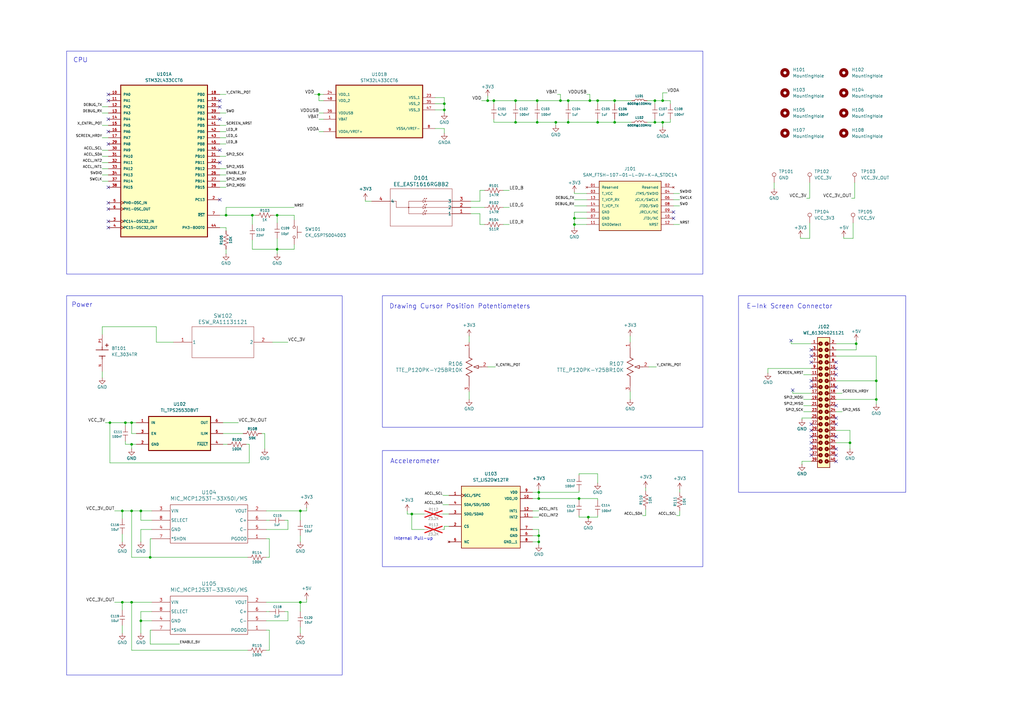
<source format=kicad_sch>
(kicad_sch (version 20250114) (generator "eeschema") (generator_version "9.0")
  (paper "A3")
  (title_block (title "Dhyey B. Etch-A-Sketch AlumaPower Co-op Project"))
  (rectangle (start 27.305 121.285) (end 140.335 276.86))
  (rectangle (start 302.895 121.285) (end 371.475 201.93))
  (rectangle (start 156.845 121.285) (end 288.29 175.26))
  (rectangle (start 156.845 184.785) (end 288.29 232.41))
  (rectangle (start 27.305 20.955) (end 288.29 112.395))
  (text "Internal Pull-up" (at 169.545 220.98 0) (effects (font (size 1.27 1.27))))
  (text "Drawing Cursor Position Potentiometers" (at 188.595 125.73 0) (effects (font (size 1.905 1.905))))
  (text "Accelerometer" (at 170.18 189.23 0) (effects (font (size 1.905 1.905))))
  (text "CPU" (at 33.02 24.765 0) (effects (font (size 1.905 1.905))))
  (text "Power" (at 33.655 125.095 0) (effects (font (size 1.905 1.905))))
  (text "E-Ink Screen Connector" (at 323.85 125.73 0) (effects (font (size 1.905 1.905))))
  (junction (at 237.49 204.47))
  (junction (at 211.455 41.275))
  (junction (at 220.98 201.93))
  (junction (at 220.98 222.25))
  (junction (at 51.435 173.355))
  (junction (at 348.615 181.61))
  (junction (at 57.785 209.55))
  (junction (at 182.245 45.085))
  (junction (at 92.71 88.265))
  (junction (at 220.345 41.275))
  (junction (at 245.11 50.165))
  (junction (at 268.605 41.275))
  (junction (at 271.78 41.275))
  (junction (at 252.095 41.275))
  (junction (at 53.975 247.015))
  (junction (at 227.965 50.165))
  (junction (at 359.41 156.21))
  (junction (at 53.975 173.355))
  (junction (at 103.505 88.265))
  (junction (at 113.665 102.235))
  (junction (at 200.025 41.275))
  (junction (at 123.19 247.015))
  (junction (at 53.975 182.245))
  (junction (at 220.98 204.47))
  (junction (at 271.78 50.165))
  (junction (at 241.935 41.275))
  (junction (at 351.155 140.97))
  (junction (at 202.565 41.275))
  (junction (at 182.245 42.545))
  (junction (at 45.085 173.355))
  (junction (at 130.81 38.735))
  (junction (at 359.41 163.83))
  (junction (at 50.165 247.015))
  (junction (at 211.455 50.165))
  (junction (at 50.165 209.55))
  (junction (at 268.605 50.165))
  (junction (at 235.585 89.535))
  (junction (at 123.19 209.55))
  (junction (at 235.585 92.075))
  (junction (at 229.87 41.275))
  (junction (at 61.595 228.6))
  (junction (at 57.785 254.635))
  (junction (at 233.045 50.165))
  (junction (at 245.11 41.275))
  (junction (at 233.045 41.275))
  (junction (at 252.095 50.165))
  (junction (at 220.345 50.165))
  (junction (at 53.975 209.55))
  (junction (at 113.665 88.265))
  (junction (at 168.91 210.82))
  (junction (at 241.3 212.09))
  (junction (at 220.98 219.71))
  (no_connect (at 332.74 156.21))
  (no_connect (at 332.74 146.05))
  (no_connect (at 90.17 41.275))
  (no_connect (at 342.9 173.99))
  (no_connect (at 342.9 171.45))
  (no_connect (at 342.9 153.67))
  (no_connect (at 44.45 53.975))
  (no_connect (at 332.74 176.53))
  (no_connect (at 342.9 186.69))
  (no_connect (at 332.74 173.99))
  (no_connect (at 332.74 148.59))
  (no_connect (at 90.17 61.595))
  (no_connect (at 325.12 160.02))
  (no_connect (at 44.45 83.185))
  (no_connect (at 276.225 89.535))
  (no_connect (at 342.9 184.15))
  (no_connect (at 44.45 41.275))
  (no_connect (at 324.485 139.7))
  (no_connect (at 276.225 86.995))
  (no_connect (at 342.9 151.13))
  (no_connect (at 342.9 189.23))
  (no_connect (at 332.74 179.07))
  (no_connect (at 342.9 166.37))
  (no_connect (at 332.74 184.15))
  (no_connect (at 90.17 43.815))
  (no_connect (at 90.17 48.895))
  (no_connect (at 44.45 93.345))
  (no_connect (at 342.9 179.07))
  (no_connect (at 342.9 148.59))
  (no_connect (at 90.17 81.915))
  (no_connect (at 44.45 59.055))
  (no_connect (at 342.9 158.75))
  (no_connect (at 90.17 66.675))
  (no_connect (at 44.45 90.805))
  (no_connect (at 332.74 158.75))
  (no_connect (at 332.74 181.61))
  (no_connect (at 44.45 76.835))
  (no_connect (at 44.45 38.735))
  (no_connect (at 44.45 85.725))
  (no_connect (at 332.74 186.69))
  (no_connect (at 332.74 143.51))
  (no_connect (at 44.45 48.895))
  (wire (pts (xy 50.165 209.55) (xy 50.165 212.725)))
  (wire (pts (xy 178.435 45.085) (xy 182.245 45.085)))
  (wire (pts (xy 182.245 215.9) (xy 184.15 215.9)))
  (wire (pts (xy 53.975 247.015) (xy 62.23 247.015)))
  (wire (pts (xy 237.49 204.47) (xy 245.11 204.47)))
  (wire (pts (xy 61.595 220.98) (xy 61.595 228.6)))
  (wire (pts (xy 245.11 41.275) (xy 252.095 41.275)))
  (wire (pts (xy 90.17 46.355) (xy 92.71 46.355)))
  (wire (pts (xy 240.665 38.735) (xy 241.935 38.735)))
  (wire (pts (xy 196.85 87.63) (xy 196.85 92.075)))
  (wire (pts (xy 130.81 38.735) (xy 132.715 38.735)))
  (wire (pts (xy 196.85 78.105) (xy 198.755 78.105)))
  (wire (pts (xy 64.135 133.985) (xy 64.135 140.335)))
  (wire (pts (xy 197.485 41.275) (xy 200.025 41.275)))
  (wire (pts (xy 359.41 163.83) (xy 359.41 165.735)))
  (wire (pts (xy 57.785 213.36) (xy 62.23 213.36)))
  (wire (pts (xy 342.9 176.53) (xy 348.615 176.53)))
  (wire (pts (xy 329.565 168.91) (xy 332.74 168.91)))
  (wire (pts (xy 181.61 207.01) (xy 184.15 207.01)))
  (wire (pts (xy 113.665 102.235) (xy 113.665 97.79)))
  (wire (pts (xy 268.605 50.165) (xy 268.605 48.895)))
  (wire (pts (xy 61.595 258.445) (xy 62.23 258.445)))
  (wire (pts (xy 43.18 173.355) (xy 45.085 173.355)))
  (wire (pts (xy 266.065 150.495) (xy 269.24 150.495)))
  (wire (pts (xy 202.565 50.165) (xy 202.565 48.895)))
  (wire (pts (xy 168.91 217.17) (xy 173.99 217.17)))
  (wire (pts (xy 211.455 48.895) (xy 211.455 50.165)))
  (wire (pts (xy 109.22 247.015) (xy 123.19 247.015)))
  (wire (pts (xy 109.22 213.36) (xy 110.49 213.36)))
  (wire (pts (xy 50.165 209.55) (xy 53.975 209.55)))
  (wire (pts (xy 90.17 64.135) (xy 92.71 64.135)))
  (wire (pts (xy 55.88 177.8) (xy 53.975 177.8)))
  (wire (pts (xy 265.43 50.165) (xy 268.605 50.165)))
  (wire (pts (xy 252.095 41.275) (xy 259.08 41.275)))
  (wire (pts (xy 62.23 250.825) (xy 57.785 250.825)))
  (wire (pts (xy 116.84 213.36) (xy 118.11 213.36)))
  (wire (pts (xy 218.44 222.25) (xy 220.98 222.25)))
  (wire (pts (xy 90.17 93.345) (xy 92.71 93.345)))
  (wire (pts (xy 92.71 102.235) (xy 92.71 104.14)))
  (wire (pts (xy 50.165 247.015) (xy 53.975 247.015)))
  (wire (pts (xy 92.71 93.345) (xy 92.71 94.615)))
  (wire (pts (xy 109.22 250.825) (xy 110.49 250.825)))
  (wire (pts (xy 342.9 146.05) (xy 359.41 146.05)))
  (wire (pts (xy 218.44 209.55) (xy 220.98 209.55)))
  (wire (pts (xy 268.605 41.275) (xy 268.605 42.545)))
  (wire (pts (xy 102.235 189.865) (xy 45.085 189.865)))
  (wire (pts (xy 220.345 41.275) (xy 220.345 42.545)))
  (wire (pts (xy 53.975 266.7) (xy 101.6 266.7)))
  (wire (pts (xy 112.395 88.265) (xy 113.665 88.265)))
  (wire (pts (xy 245.11 50.165) (xy 245.11 48.895)))
  (wire (pts (xy 61.595 264.16) (xy 73.66 264.16)))
  (wire (pts (xy 41.91 137.16) (xy 41.91 133.985)))
  (wire (pts (xy 235.585 81.915) (xy 240.665 81.915)))
  (wire (pts (xy 240.665 86.995) (xy 235.585 86.995)))
  (wire (pts (xy 317.5 74.93) (xy 317.5 77.47)))
  (wire (pts (xy 193.04 82.55) (xy 196.85 82.55)))
  (wire (pts (xy 41.91 133.985) (xy 64.135 133.985)))
  (wire (pts (xy 332.74 171.45) (xy 328.93 171.45)))
  (wire (pts (xy 41.91 66.675) (xy 44.45 66.675)))
  (wire (pts (xy 103.505 88.265) (xy 104.775 88.265)))
  (wire (pts (xy 41.91 51.435) (xy 44.45 51.435)))
  (wire (pts (xy 350.52 81.28) (xy 350.52 74.93)))
  (wire (pts (xy 130.81 53.975) (xy 132.715 53.975)))
  (wire (pts (xy 90.17 71.755) (xy 92.71 71.755)))
  (wire (pts (xy 349.25 81.28) (xy 350.52 81.28)))
  (wire (pts (xy 111.76 140.335) (xy 118.11 140.335)))
  (wire (pts (xy 97.79 173.355) (xy 91.44 173.355)))
  (wire (pts (xy 46.99 247.015) (xy 50.165 247.015)))
  (wire (pts (xy 342.9 163.83) (xy 359.41 163.83)))
  (wire (pts (xy 64.135 140.335) (xy 71.12 140.335)))
  (wire (pts (xy 237.49 212.09) (xy 237.49 211.455)))
  (wire (pts (xy 45.085 173.355) (xy 51.435 173.355)))
  (wire (pts (xy 346.075 97.79) (xy 346.075 97.155)))
  (wire (pts (xy 125.73 209.55) (xy 125.73 208.28)))
  (wire (pts (xy 240.665 92.075) (xy 235.585 92.075)))
  (wire (pts (xy 268.605 50.165) (xy 271.78 50.165)))
  (wire (pts (xy 90.17 51.435) (xy 92.71 51.435)))
  (wire (pts (xy 220.98 201.93) (xy 237.49 201.93)))
  (wire (pts (xy 110.49 220.98) (xy 110.49 228.6)))
  (wire (pts (xy 91.44 177.8) (xy 99.695 177.8)))
  (wire (pts (xy 271.78 41.275) (xy 271.78 38.1)))
  (wire (pts (xy 351.155 139.7) (xy 351.155 140.97)))
  (wire (pts (xy 245.11 204.47) (xy 245.11 205.105)))
  (wire (pts (xy 342.9 140.97) (xy 351.155 140.97)))
  (wire (pts (xy 57.785 254.635) (xy 62.23 254.635)))
  (wire (pts (xy 123.19 213.36) (xy 123.19 209.55)))
  (wire (pts (xy 245.11 41.275) (xy 245.11 42.545)))
  (wire (pts (xy 328.295 97.155) (xy 328.295 97.79)))
  (wire (pts (xy 90.17 59.055) (xy 92.71 59.055)))
  (wire (pts (xy 220.98 219.71) (xy 220.98 222.25)))
  (wire (pts (xy 110.49 266.7) (xy 109.22 266.7)))
  (wire (pts (xy 109.22 217.17) (xy 118.11 217.17)))
  (wire (pts (xy 245.11 194.31) (xy 245.11 198.12)))
  (wire (pts (xy 328.93 189.23) (xy 332.74 189.23)))
  (wire (pts (xy 218.44 217.17) (xy 220.98 217.17)))
  (wire (pts (xy 130.81 46.355) (xy 132.715 46.355)))
  (wire (pts (xy 182.245 42.545) (xy 182.245 45.085)))
  (wire (pts (xy 240.665 89.535) (xy 235.585 89.535)))
  (wire (pts (xy 123.19 257.175) (xy 123.19 259.715)))
  (wire (pts (xy 229.87 41.275) (xy 229.87 38.735)))
  (wire (pts (xy 252.095 50.165) (xy 252.095 48.895)))
  (wire (pts (xy 206.375 92.075) (xy 208.915 92.075)))
  (wire (pts (xy 116.84 250.825) (xy 118.11 250.825)))
  (wire (pts (xy 278.765 81.915) (xy 276.225 81.915)))
  (wire (pts (xy 200.025 41.275) (xy 202.565 41.275)))
  (wire (pts (xy 252.095 50.165) (xy 259.08 50.165)))
  (wire (pts (xy 233.045 41.275) (xy 241.935 41.275)))
  (wire (pts (xy 220.98 204.47) (xy 220.98 201.93)))
  (wire (pts (xy 51.435 182.245) (xy 51.435 180.975)))
  (wire (pts (xy 118.11 254.635) (xy 109.22 254.635)))
  (wire (pts (xy 258.445 137.795) (xy 258.445 140.335)))
  (wire (pts (xy 90.17 38.735) (xy 92.71 38.735)))
  (wire (pts (xy 53.975 173.355) (xy 55.88 173.355)))
  (wire (pts (xy 324.485 140.97) (xy 332.74 140.97)))
  (wire (pts (xy 149.86 82.55) (xy 152.4 82.55)))
  (wire (pts (xy 359.41 146.05) (xy 359.41 156.21)))
  (wire (pts (xy 57.785 217.17) (xy 57.785 222.25)))
  (wire (pts (xy 168.91 210.82) (xy 168.91 217.17)))
  (wire (pts (xy 245.11 50.165) (xy 252.095 50.165)))
  (wire (pts (xy 211.455 41.275) (xy 211.455 42.545)))
  (wire (pts (xy 167.005 210.82) (xy 168.91 210.82)))
  (wire (pts (xy 325.12 161.29) (xy 332.74 161.29)))
  (wire (pts (xy 278.765 211.455) (xy 278.765 209.55)))
  (wire (pts (xy 220.98 200.66) (xy 220.98 201.93)))
  (wire (pts (xy 53.975 173.355) (xy 53.975 177.8)))
  (wire (pts (xy 61.595 220.98) (xy 62.23 220.98)))
  (wire (pts (xy 359.41 156.21) (xy 359.41 163.83)))
  (wire (pts (xy 218.44 204.47) (xy 220.98 204.47)))
  (wire (pts (xy 348.615 181.61) (xy 348.615 184.15)))
  (wire (pts (xy 329.565 166.37) (xy 332.74 166.37)))
  (wire (pts (xy 181.61 203.2) (xy 184.15 203.2)))
  (wire (pts (xy 235.585 79.375) (xy 240.665 79.375)))
  (wire (pts (xy 241.3 212.09) (xy 245.11 212.09)))
  (wire (pts (xy 109.22 258.445) (xy 110.49 258.445)))
  (wire (pts (xy 220.345 50.165) (xy 227.965 50.165)))
  (wire (pts (xy 92.71 88.265) (xy 103.505 88.265)))
  (wire (pts (xy 342.9 161.29) (xy 345.44 161.29)))
  (wire (pts (xy 233.045 50.165) (xy 245.11 50.165)))
  (wire (pts (xy 130.81 38.735) (xy 130.81 41.275)))
  (wire (pts (xy 46.99 209.55) (xy 50.165 209.55)))
  (wire (pts (xy 182.245 217.17) (xy 182.245 215.9)))
  (wire (pts (xy 167.005 209.55) (xy 167.005 210.82)))
  (wire (pts (xy 241.935 38.735) (xy 241.935 41.275)))
  (wire (pts (xy 103.505 102.235) (xy 113.665 102.235)))
  (wire (pts (xy 90.17 53.975) (xy 92.71 53.975)))
  (wire (pts (xy 202.565 41.275) (xy 202.565 42.545)))
  (wire (pts (xy 149.86 81.915) (xy 149.86 82.55)))
  (wire (pts (xy 109.22 209.55) (xy 123.19 209.55)))
  (wire (pts (xy 90.17 88.265) (xy 92.71 88.265)))
  (wire (pts (xy 57.785 213.36) (xy 57.785 209.55)))
  (wire (pts (xy 342.9 181.61) (xy 348.615 181.61)))
  (wire (pts (xy 178.435 40.005) (xy 182.245 40.005)))
  (wire (pts (xy 118.11 250.825) (xy 118.11 254.635)))
  (wire (pts (xy 264.795 211.455) (xy 263.525 211.455)))
  (wire (pts (xy 41.91 46.355) (xy 44.45 46.355)))
  (wire (pts (xy 348.615 176.53) (xy 348.615 181.61)))
  (wire (pts (xy 45.085 189.865) (xy 45.085 173.355)))
  (wire (pts (xy 120.65 85.09) (xy 92.71 85.09)))
  (wire (pts (xy 108.585 177.8) (xy 107.315 177.8)))
  (wire (pts (xy 182.245 54.61) (xy 182.245 52.705)))
  (wire (pts (xy 235.585 84.455) (xy 240.665 84.455)))
  (wire (pts (xy 274.955 48.895) (xy 274.955 50.165)))
  (wire (pts (xy 220.345 41.275) (xy 229.87 41.275)))
  (wire (pts (xy 228.6 38.735) (xy 229.87 38.735)))
  (wire (pts (xy 50.165 256.54) (xy 50.165 259.715)))
  (wire (pts (xy 196.85 92.075) (xy 198.755 92.075)))
  (wire (pts (xy 332.105 81.28) (xy 330.835 81.28)))
  (wire (pts (xy 128.905 38.735) (xy 130.81 38.735)))
  (wire (pts (xy 113.665 91.44) (xy 113.665 88.265)))
  (wire (pts (xy 113.665 102.235) (xy 113.665 104.14)))
  (wire (pts (xy 120.65 90.17) (xy 120.65 88.265)))
  (wire (pts (xy 227.965 50.165) (xy 233.045 50.165)))
  (wire (pts (xy 41.91 152.4) (xy 41.91 154.94)))
  (wire (pts (xy 329.565 163.83) (xy 332.74 163.83)))
  (wire (pts (xy 342.9 143.51) (xy 351.155 143.51)))
  (wire (pts (xy 278.765 92.075) (xy 276.225 92.075)))
  (wire (pts (xy 328.93 190.5) (xy 328.93 189.23)))
  (wire (pts (xy 220.98 217.17) (xy 220.98 219.71)))
  (wire (pts (xy 237.49 205.105) (xy 237.49 204.47)))
  (wire (pts (xy 264.795 208.915) (xy 264.795 211.455)))
  (wire (pts (xy 125.73 247.015) (xy 125.73 245.745)))
  (wire (pts (xy 110.49 228.6) (xy 109.22 228.6)))
  (wire (pts (xy 278.765 200.66) (xy 278.765 201.93)))
  (wire (pts (xy 51.435 173.355) (xy 51.435 174.625)))
  (wire (pts (xy 278.765 79.375) (xy 276.225 79.375)))
  (wire (pts (xy 109.22 220.98) (xy 110.49 220.98)))
  (wire (pts (xy 182.245 45.085) (xy 182.245 46.355)))
  (wire (pts (xy 101.6 228.6) (xy 61.595 228.6)))
  (wire (pts (xy 41.91 61.595) (xy 44.45 61.595)))
  (wire (pts (xy 41.91 64.135) (xy 44.45 64.135)))
  (wire (pts (xy 123.19 250.825) (xy 123.19 247.015)))
  (wire (pts (xy 41.91 43.815) (xy 44.45 43.815)))
  (wire (pts (xy 103.505 88.265) (xy 103.505 92.075)))
  (wire (pts (xy 57.785 250.825) (xy 57.785 254.635)))
  (wire (pts (xy 108.585 184.15) (xy 108.585 177.8)))
  (wire (pts (xy 91.44 182.245) (xy 93.345 182.245)))
  (wire (pts (xy 314.96 151.13) (xy 314.96 153.035)))
  (wire (pts (xy 233.045 41.275) (xy 233.045 42.545)))
  (wire (pts (xy 178.435 42.545) (xy 182.245 42.545)))
  (wire (pts (xy 328.93 171.45) (xy 328.93 172.085)))
  (wire (pts (xy 168.91 210.82) (xy 173.99 210.82)))
  (wire (pts (xy 271.78 38.1) (xy 273.685 38.1)))
  (wire (pts (xy 200.025 150.495) (xy 203.2 150.495)))
  (wire (pts (xy 130.81 48.895) (xy 132.715 48.895)))
  (wire (pts (xy 57.785 254.635) (xy 57.785 259.715)))
  (wire (pts (xy 233.045 50.165) (xy 233.045 48.895)))
  (wire (pts (xy 90.17 69.215) (xy 92.71 69.215)))
  (wire (pts (xy 271.78 50.165) (xy 274.955 50.165)))
  (wire (pts (xy 192.405 160.655) (xy 192.405 163.83)))
  (wire (pts (xy 113.665 102.235) (xy 120.65 102.235)))
  (wire (pts (xy 227.965 50.165) (xy 227.965 51.435)))
  (wire (pts (xy 351.155 143.51) (xy 351.155 140.97)))
  (wire (pts (xy 182.245 40.005) (xy 182.245 42.545)))
  (wire (pts (xy 237.49 201.93) (xy 237.49 201.295)))
  (wire (pts (xy 103.505 98.425) (xy 103.505 102.235)))
  (wire (pts (xy 102.235 182.245) (xy 102.235 189.865)))
  (wire (pts (xy 202.565 41.275) (xy 211.455 41.275)))
  (wire (pts (xy 41.91 56.515) (xy 44.45 56.515)))
  (wire (pts (xy 245.11 212.09) (xy 245.11 211.455)))
  (wire (pts (xy 235.585 78.74) (xy 235.585 79.375)))
  (wire (pts (xy 329.565 153.67) (xy 332.74 153.67)))
  (wire (pts (xy 241.3 212.09) (xy 241.3 212.725)))
  (wire (pts (xy 218.44 219.71) (xy 220.98 219.71)))
  (wire (pts (xy 252.095 41.275) (xy 252.095 42.545)))
  (wire (pts (xy 324.485 139.7) (xy 324.485 140.97)))
  (wire (pts (xy 51.435 173.355) (xy 53.975 173.355)))
  (wire (pts (xy 181.61 217.17) (xy 182.245 217.17)))
  (wire (pts (xy 61.595 228.6) (xy 53.975 228.6)))
  (wire (pts (xy 57.785 217.17) (xy 62.23 217.17)))
  (wire (pts (xy 50.165 219.075) (xy 50.165 222.25)))
  (wire (pts (xy 53.975 182.245) (xy 55.88 182.245)))
  (wire (pts (xy 332.105 97.79) (xy 332.105 91.44)))
  (wire (pts (xy 130.81 41.275) (xy 132.715 41.275)))
  (wire (pts (xy 235.585 89.535) (xy 235.585 92.075)))
  (wire (pts (xy 181.61 210.82) (xy 184.15 210.82)))
  (wire (pts (xy 53.975 184.15) (xy 53.975 182.245)))
  (wire (pts (xy 258.445 160.655) (xy 258.445 163.83)))
  (wire (pts (xy 211.455 50.165) (xy 220.345 50.165)))
  (wire (pts (xy 277.495 211.455) (xy 278.765 211.455)))
  (wire (pts (xy 332.74 151.13) (xy 314.96 151.13)))
  (wire (pts (xy 200.025 39.37) (xy 200.025 41.275)))
  (wire (pts (xy 50.165 247.015) (xy 50.165 250.19)))
  (wire (pts (xy 235.585 86.995) (xy 235.585 89.535)))
  (wire (pts (xy 274.955 41.275) (xy 274.955 42.545)))
  (wire (pts (xy 193.04 85.09) (xy 198.755 85.09)))
  (wire (pts (xy 325.12 160.02) (xy 325.12 161.29)))
  (wire (pts (xy 41.91 69.215) (xy 44.45 69.215)))
  (wire (pts (xy 53.975 247.015) (xy 53.975 266.7)))
  (wire (pts (xy 264.795 200.025) (xy 264.795 201.295)))
  (wire (pts (xy 110.49 258.445) (xy 110.49 266.7)))
  (wire (pts (xy 120.65 88.265) (xy 113.665 88.265)))
  (wire (pts (xy 182.245 52.705) (xy 178.435 52.705)))
  (wire (pts (xy 332.105 74.93) (xy 332.105 81.28)))
  (wire (pts (xy 229.87 41.275) (xy 233.045 41.275)))
  (wire (pts (xy 218.44 201.93) (xy 220.98 201.93)))
  (wire (pts (xy 271.78 52.07) (xy 271.78 50.165)))
  (wire (pts (xy 90.17 74.295) (xy 92.71 74.295)))
  (wire (pts (xy 120.65 102.235) (xy 120.65 100.33)))
  (wire (pts (xy 328.295 97.79) (xy 332.105 97.79)))
  (wire (pts (xy 349.885 97.79) (xy 346.075 97.79)))
  (wire (pts (xy 90.17 76.835) (xy 92.71 76.835)))
  (wire (pts (xy 235.585 92.075) (xy 235.585 93.345)))
  (wire (pts (xy 61.595 264.16) (xy 61.595 258.445)))
  (wire (pts (xy 192.405 137.795) (xy 192.405 140.335)))
  (wire (pts (xy 237.49 194.31) (xy 245.11 194.31)))
  (wire (pts (xy 92.71 85.09) (xy 92.71 88.265)))
  (wire (pts (xy 349.885 91.44) (xy 349.885 97.79)))
  (wire (pts (xy 211.455 41.275) (xy 220.345 41.275)))
  (wire (pts (xy 342.9 156.21) (xy 359.41 156.21)))
  (wire (pts (xy 206.375 78.105) (xy 208.915 78.105)))
  (wire (pts (xy 237.49 194.31) (xy 237.49 194.945)))
  (wire (pts (xy 41.91 74.295) (xy 44.45 74.295)))
  (wire (pts (xy 53.975 209.55) (xy 57.785 209.55)))
  (wire (pts (xy 218.44 212.09) (xy 220.98 212.09)))
  (wire (pts (xy 220.98 222.25) (xy 220.98 223.52)))
  (wire (pts (xy 241.935 41.275) (xy 245.11 41.275)))
  (wire (pts (xy 193.04 87.63) (xy 196.85 87.63)))
  (wire (pts (xy 265.43 41.275) (xy 268.605 41.275)))
  (wire (pts (xy 220.98 204.47) (xy 237.49 204.47)))
  (wire (pts (xy 342.9 168.91) (xy 345.44 168.91)))
  (wire (pts (xy 123.19 219.71) (xy 123.19 222.25)))
  (wire (pts (xy 196.85 82.55) (xy 196.85 78.105)))
  (wire (pts (xy 123.19 209.55) (xy 125.73 209.55)))
  (wire (pts (xy 206.375 85.09) (xy 208.915 85.09)))
  (wire (pts (xy 202.565 50.165) (xy 211.455 50.165)))
  (wire (pts (xy 100.965 182.245) (xy 102.235 182.245)))
  (wire (pts (xy 237.49 212.09) (xy 241.3 212.09)))
  (wire (pts (xy 90.17 56.515) (xy 92.71 56.515)))
  (wire (pts (xy 41.91 71.755) (xy 44.45 71.755)))
  (wire (pts (xy 123.19 247.015) (xy 125.73 247.015)))
  (wire (pts (xy 268.605 41.275) (xy 271.78 41.275)))
  (wire (pts (xy 57.785 209.55) (xy 62.23 209.55)))
  (wire (pts (xy 51.435 182.245) (xy 53.975 182.245)))
  (wire (pts (xy 53.975 209.55) (xy 53.975 228.6)))
  (wire (pts (xy 271.78 41.275) (xy 274.955 41.275)))
  (wire (pts (xy 220.345 50.165) (xy 220.345 48.895)))
  (wire (pts (xy 118.11 213.36) (xy 118.11 217.17)))
  (wire (pts (xy 276.225 84.455) (xy 278.765 84.455)))
  (label "ACCL_INT1" (at 41.91 69.215 180) (effects (font (size 1.016 1.016))))
  (label "VDD" (at 128.905 38.735 180))
  (label "SCREEN_NRST" (at 329.565 153.67 180) (effects (font (size 1.016 1.016))))
  (label "SPI2_NSS" (at 92.71 69.215 0) (effects (font (size 1.016 1.016))))
  (label "VCC_3V_OUT" (at 349.25 81.28 180))
  (label "NRST" (at 120.65 85.09 0) (effects (font (size 1.016 1.016))))
  (label "ENABLE_5V" (at 73.66 264.16 0) (effects (font (size 1.016 1.016))))
  (label "Y_CNTRL_POT" (at 269.24 150.495 0) (effects (font (size 1.016 1.016))))
  (label "VBAT" (at 228.6 38.735 180))
  (label "VCC_3V" (at 118.11 140.335 0))
  (label "LED_R" (at 208.915 92.075 0))
  (label "LED_G" (at 92.71 56.515 0) (effects (font (size 1.016 1.016))))
  (label "ACCL_SDA" (at 41.91 64.135 180) (effects (font (size 1.016 1.016))))
  (label "SPI2_MOSI" (at 92.71 76.835 0) (effects (font (size 1.016 1.016))))
  (label "SPI2_SCK" (at 92.71 64.135 0) (effects (font (size 1.016 1.016))))
  (label "SPI2_SCK" (at 329.565 168.91 180) (effects (font (size 1.016 1.016))))
  (label "VBAT" (at 130.81 48.895 180))
  (label "LED_R" (at 92.71 53.975 0) (effects (font (size 1.016 1.016))))
  (label "SPI2_MOSI" (at 329.565 163.83 180) (effects (font (size 1.016 1.016))))
  (label "ENABLE_5V" (at 92.71 71.755 0) (effects (font (size 1.016 1.016))))
  (label "LED_G" (at 208.915 85.09 0))
  (label "DEBUG_RX" (at 41.91 46.355 180) (effects (font (size 1.016 1.016))))
  (label "ACCL_INT1" (at 220.98 209.55 0) (effects (font (size 1.016 1.016))))
  (label "SWO" (at 278.765 84.455 0) (effects (font (size 1.016 1.016))))
  (label "SWCLK" (at 41.91 74.295 180) (effects (font (size 1.016 1.016))))
  (label "SCREEN_NRST" (at 92.71 51.435 0) (effects (font (size 1.016 1.016))))
  (label "SPI2_NSS" (at 345.44 168.91 0) (effects (font (size 1.016 1.016))))
  (label "VDDA" (at 273.685 38.1 0))
  (label "VCC_3V" (at 330.835 81.28 180))
  (label "VCC_3V_OUT" (at 97.79 173.355 0))
  (label "X_CNTRL_POT" (at 41.91 51.435 180) (effects (font (size 1.016 1.016))))
  (label "SWDIO" (at 278.765 79.375 0) (effects (font (size 1.016 1.016))))
  (label "VCC_3V_OUT" (at 46.99 247.015 180))
  (label "SPI2_MISO" (at 329.565 166.37 180) (effects (font (size 1.016 1.016))))
  (label "LED_B" (at 208.915 78.105 0))
  (label "DEBUG_RX" (at 235.585 84.455 180) (effects (font (size 1.016 1.016))))
  (label "ACCL_SCL" (at 277.495 211.455 180) (effects (font (size 1.016 1.016))))
  (label "VDD" (at 197.485 41.275 180))
  (label "VCC_3V_OUT" (at 46.99 209.55 180))
  (label "SWCLK" (at 278.765 81.915 0) (effects (font (size 1.016 1.016))))
  (label "VCC_3V" (at 43.18 173.355 180))
  (label "SWO" (at 92.71 46.355 0) (effects (font (size 1.016 1.016))))
  (label "ACCL_INT2" (at 220.98 212.09 0) (effects (font (size 1.016 1.016))))
  (label "NRST" (at 278.765 92.075 0) (effects (font (size 1.016 1.016))))
  (label "SCREEN_HRDY" (at 41.91 56.515 180) (effects (font (size 1.016 1.016))))
  (label "ACCL_SDA" (at 181.61 207.01 180) (effects (font (size 1.016 1.016))))
  (label "SPI2_MISO" (at 92.71 74.295 0) (effects (font (size 1.016 1.016))))
  (label "VDDA" (at 130.81 53.975 180))
  (label "DEBUG_TX" (at 41.91 43.815 180) (effects (font (size 1.016 1.016))))
  (label "LED_B" (at 92.71 59.055 0) (effects (font (size 1.016 1.016))))
  (label "ACCL_SCL" (at 181.61 203.2 180) (effects (font (size 1.016 1.016))))
  (label "SCREEN_HRDY" (at 345.44 161.29 0) (effects (font (size 1.016 1.016))))
  (label "ACCL_INT2" (at 41.91 66.675 180) (effects (font (size 1.016 1.016))))
  (label "ACCL_SCL" (at 41.91 61.595 180) (effects (font (size 1.016 1.016))))
  (label "X_CNTRL_POT" (at 203.2 150.495 0) (effects (font (size 1.016 1.016))))
  (label "Y_CNTRL_POT" (at 92.71 38.735 0) (effects (font (size 1.016 1.016))))
  (label "VDDUSB" (at 240.665 38.735 180))
  (label "SWDIO" (at 41.91 71.755 180) (effects (font (size 1.016 1.016))))
  (label "ACCL_SDA" (at 263.525 211.455 180) (effects (font (size 1.016 1.016))))
  (label "VDDUSB" (at 130.81 46.355 180))
  (label "DEBUG_TX" (at 235.585 81.915 180) (effects (font (size 1.016 1.016))))
  (symbol (lib_id "Dhyey_Projects:R") (at 177.8 217.17 90) (unit 1) (dnp yes)
    (property "Reference" "R113" (at 177.8 215.265 90) (effects (font (size 1.016 1.016))))
    (property "Value" "23.2K" (at 177.8 219.075 90) (effects (font (size 1.016 1.016))))
    (property "Footprint" "Dhyey Projects:0603_1608Metric" (effects (hide yes)))
    (property "Description" "Resistor, US symbol" (effects (hide yes)))
  )
  (symbol (lib_id "Mechanical:MountingHole") (at 346.075 38.1 0) (unit 1) (in_bom no)
    (property "Reference" "H104" (at 349.25 36.8299 0) (effects (justify left)))
    (property "Value" "MountingHole" (at 349.25 39.3699 0) (effects (justify left)))
    (property "Footprint" "MountingHole:MountingHole_3.2mm_M3_ISO14580_Pad_TopBottom" (effects (hide yes)))
    (property "Description" "Mounting Hole without connection" (effects (hide yes)))
  )
  (symbol (lib_id "power:+3V3") (at 258.445 137.795 0) (unit 1)
    (property "Reference" "#PWR0115" (effects (hide yes)))
    (property "Value" "+3V3" (at 258.445 133.35 0))
    (property "Description" "Power symbol creates a global label with name \"+3V3\"" (effects (hide yes)))
  )
  (symbol (lib_id "power:+3V3") (at 328.295 97.155 0) (unit 1)
    (property "Reference" "#PWR0110" (effects (hide yes)))
    (property "Value" "+3V3" (at 328.295 93.345 0))
    (property "Description" "Power symbol creates a global label with name \"+3V3\"" (effects (hide yes)))
  )
  (symbol (lib_id "power:GND") (at 271.78 52.07 0) (unit 1)
    (property "Reference" "#PWR0104" (effects (hide yes)))
    (property "Value" "GNDA" (at 271.78 55.88 0))
    (property "Description" "Power symbol creates a global label with name \"GND\" , ground" (effects (hide yes)))
  )
  (symbol (lib_id "Dhyey_Projects:KE_3034TR") (at 41.91 144.78 270) (unit 1)
    (property "Reference" "BT101" (at 45.72 142.8749 90) (effects (justify left)))
    (property "Value" "KE_3034TR" (at 45.72 145.4149 90) (effects (justify left)))
    (property "Footprint" "Dhyey Projects:KE_3034TR" (effects (hide yes)))
    (property "Datasheet" "https://www.keyelco.com/userAssets/file/M65p9.pdf" (effects (hide yes)))
    (property "Description" "BATTERY RETAINER COIN 20MM SMD" (effects (hide yes)))
    (property "DigiKey_Part_Number" "36-3034CT-ND" (effects (hide yes)))
    (property "SnapEDA_Link" "https://www.snapeda.com/parts/3034TR/Keystone/view-part/?ref=snap" (effects (hide yes)))
    (property "MAXIMUM_PACKAGE_HEIGHT" "4.31mm" (effects (hide yes)))
    (property "Package" "None" (effects (hide yes)))
    (property "Check_prices" "https://www.snapeda.com/parts/3034TR/Keystone/view-part/?ref=eda" (effects (hide yes)))
    (property "STANDARD" "Manufacturer Recommendations" (effects (hide yes)))
    (property "PARTREV" "E" (effects (hide yes)))
    (property "MF" "Keystone Electronics" (effects (hide yes)))
    (property "MP" "3034TR" (effects (hide yes)))
    (property "Description_1" "Coin Cell Retainer; Holder; SMT;20mm Cell; Nickel Plate; Tape & Reel | Keystone Electronics 3034TR" (effects (hide yes)))
    (property "SNAPEDA_PN" "3034TR" (effects (hide yes)))
    (property "MANUFACTURER" "Keystone Electronics" (effects (hide yes)))
  )
  (symbol (lib_id "power:GND") (at 359.41 165.735 0) (unit 1)
    (property "Reference" "#PWR0123" (effects (hide yes)))
    (property "Value" "GND" (at 359.41 169.545 0))
    (property "Description" "Power symbol creates a global label with name \"GND\" , ground" (effects (hide yes)))
  )
  (symbol (lib_id "power:GND") (at 113.665 104.14 0) (unit 1)
    (property "Reference" "#PWR0113" (effects (hide yes)))
    (property "Value" "GND" (at 113.665 107.95 0))
    (property "Description" "Power symbol creates a global label with name \"GND\" , ground" (effects (hide yes)))
  )
  (symbol (lib_id "power:+3V3") (at 192.405 137.795 0) (unit 1)
    (property "Reference" "#PWR0114" (effects (hide yes)))
    (property "Value" "+3V3" (at 192.405 133.35 0))
    (property "Description" "Power symbol creates a global label with name \"+3V3\"" (effects (hide yes)))
  )
  (symbol (lib_id "Mechanical:MountingHole") (at 346.075 46.355 0) (unit 1) (in_bom no)
    (property "Reference" "H106" (at 349.25 45.0849 0) (effects (justify left)))
    (property "Value" "MountingHole" (at 349.25 47.6249 0) (effects (justify left)))
    (property "Footprint" "MountingHole:MountingHole_3.2mm_M3_ISO14580_Pad_TopBottom" (effects (hide yes)))
    (property "Description" "Mounting Hole without connection" (effects (hide yes)))
  )
  (symbol (lib_id "power:GND") (at 241.3 212.725 0) (unit 1)
    (property "Reference" "#PWR0135" (effects (hide yes)))
    (property "Value" "GND" (at 241.3 216.535 0))
    (property "Description" "Power symbol creates a global label with name \"GND\" , ground" (effects (hide yes)))
  )
  (symbol (lib_id "Dhyey_Projects:C") (at 113.665 250.825 90) (unit 1)
    (property "Reference" "C118" (at 115.57 248.92 90) (effects (font (size 0.889 0.889)) (justify left)))
    (property "Value" "1uF" (at 114.935 252.73 90) (effects (font (size 0.889 0.889)) (justify left)))
    (property "Footprint" "Dhyey Projects:0603_1608Metric" (effects (hide yes)))
    (property "Description" "Unpolarized capacitor" (effects (hide yes)))
  )
  (symbol (lib_id "power:GND") (at 57.785 222.25 0) (unit 1)
    (property "Reference" "#PWR0137" (effects (hide yes)))
    (property "Value" "GND" (at 57.785 226.06 0))
    (property "Description" "Power symbol creates a global label with name \"GND\" , ground" (effects (hide yes)))
  )
  (symbol (lib_id "power:+3V3") (at 200.025 39.37 0) (unit 1)
    (property "Reference" "#PWR0101" (effects (hide yes)))
    (property "Value" "+3V3" (at 200.025 35.56 0))
    (property "Description" "Power symbol creates a global label with name \"+3V3\"" (effects (hide yes)))
  )
  (symbol (lib_id "Dhyey_Projects:TI_TPS2553DBVT") (at 73.66 177.8 0) (unit 1)
    (property "Reference" "U102" (at 73.66 165.735 0))
    (property "Value" "TI_TPS2553DBVT" (at 73.66 168.275 0))
    (property "Footprint" "Dhyey Projects:TI_TPS2553DBVT_SOT-23-6" (effects (hide yes)))
    (property "Datasheet" "https://www.ti.com/lit/ds/symlink/tps2552.pdf" (effects (hide yes)))
    (property "Description" "Power Switch/Driver 1:1 N-Channel 1.5A SOT-23-6" (effects (hide yes)))
    (property "DigiKey_Part_Number" "296-23990-1-ND" (effects (hide yes)))
    (property "SnapEDA_Link" "https://www.snapeda.com/parts/TPS2553DBVT/Texas+Instruments/view-part/?ref=snap" (effects (hide yes)))
    (property "Description_1" "0.075-1.7A adj. ILIMIT,  2.5-6.5V, 85mΩ USB power switch, active-high, reverse blocking" (effects (hide yes)))
    (property "MF" "Texas Instruments" (effects (hide yes)))
    (property "Package" "SOT-23-6 Texas Instruments" (effects (hide yes)))
    (property "Check_prices" "https://www.snapeda.com/parts/TPS2553DBVT/Texas+Instruments/view-part/?ref=eda" (effects (hide yes)))
    (property "MP" "TPS2553DBVT" (effects (hide yes)))
  )
  (symbol (lib_id "Dhyey_Projects:C") (at 211.455 45.72 0) (unit 1)
    (property "Reference" "C102" (at 212.979 44.704 0) (effects (font (size 0.889 0.889)) (justify left)))
    (property "Value" "100nF" (at 212.979 46.99 0) (effects (font (size 0.889 0.889)) (justify left)))
    (property "Footprint" "Dhyey Projects:0603_1608Metric" (effects (hide yes)))
    (property "Description" "Unpolarized capacitor" (effects (hide yes)))
  )
  (symbol (lib_id "power:GND") (at 245.11 198.12 0) (unit 1)
    (property "Reference" "#PWR0129" (effects (hide yes)))
    (property "Value" "GND" (at 245.11 201.93 0))
    (property "Description" "Power symbol creates a global label with name \"GND\" , ground" (effects (hide yes)))
  )
  (symbol (lib_id "Dhyey_Projects:C") (at 245.11 45.72 0) (unit 1)
    (property "Reference" "C105" (at 246.634 44.704 0) (effects (font (size 0.889 0.889)) (justify left)))
    (property "Value" "1uF" (at 246.634 46.99 0) (effects (font (size 0.889 0.889)) (justify left)))
    (property "Footprint" "Dhyey Projects:0603_1608Metric" (effects (hide yes)))
    (property "Description" "Unpolarized capacitor" (effects (hide yes)))
  )
  (symbol (lib_id "Dhyey_Projects:WE_61304021121") (at 337.82 166.37 0) (unit 1)
    (property "Reference" "J102" (at 337.82 133.985 0))
    (property "Value" "WE_61304021121" (at 337.82 136.525 0))
    (property "Footprint" "Dhyey Projects:WE_61304021121" (effects (hide yes)))
    (property "Datasheet" "https://www.we-online.com/components/products/datasheet/61304021121.pdf" (effects (hide yes)))
    (property "Description" "CONN HEADER VERT 40POS 2.54MM" (effects (hide yes)))
  )
  (symbol (lib_id "power:GND") (at 53.975 184.15 0) (unit 1)
    (property "Reference" "#PWR0125" (effects (hide yes)))
    (property "Value" "GND" (at 53.975 187.96 0))
    (property "Description" "Power symbol creates a global label with name \"GND\" , ground" (effects (hide yes)))
  )
  (symbol (lib_id "power:+3V3") (at 220.98 200.66 0) (unit 1)
    (property "Reference" "#PWR0131" (effects (hide yes)))
    (property "Value" "+3V3" (at 220.98 196.215 0))
    (property "Description" "Power symbol creates a global label with name \"+3V3\"" (effects (hide yes)))
  )
  (symbol (lib_id "Dhyey_Projects:C") (at 220.345 45.72 0) (unit 1)
    (property "Reference" "C103" (at 221.869 44.704 0) (effects (font (size 0.889 0.889)) (justify left)))
    (property "Value" "100nF" (at 221.869 46.99 0) (effects (font (size 0.889 0.889)) (justify left)))
    (property "Footprint" "Dhyey Projects:0603_1608Metric" (effects (hide yes)))
    (property "Description" "Unpolarized capacitor" (effects (hide yes)))
  )
  (symbol (lib_id "Connector:TestPoint") (at 349.885 91.44 0) (unit 1)
    (property "Reference" "TP105" (at 351.79 86.8679 0) (effects (justify left)))
    (property "Value" "VCC_5V" (at 351.79 89.4079 0) (effects (justify left)))
    (property "Footprint" "TestPoint:TestPoint_THTPad_4.0x4.0mm_Drill2.0mm" (effects (hide yes)))
    (property "Description" "test point" (effects (hide yes)))
  )
  (symbol (lib_id "Connector:TestPoint") (at 332.105 74.93 0) (unit 1)
    (property "Reference" "TP102" (at 334.01 70.3579 0) (effects (justify left)))
    (property "Value" "VCC_3V" (at 334.01 72.8979 0) (effects (justify left)))
    (property "Footprint" "TestPoint:TestPoint_THTPad_4.0x4.0mm_Drill2.0mm" (effects (hide yes)))
    (property "Description" "test point" (effects (hide yes)))
  )
  (symbol (lib_id "power:+3V3") (at 278.765 200.66 0) (unit 1)
    (property "Reference" "#PWR0132" (effects (hide yes)))
    (property "Value" "+3V3" (at 278.765 196.215 0))
    (property "Description" "Power symbol creates a global label with name \"+3V3\"" (effects (hide yes)))
  )
  (symbol (lib_id "power:GND") (at 328.93 172.085 0) (unit 1)
    (property "Reference" "#PWR0124" (effects (hide yes)))
    (property "Value" "GND" (at 328.93 175.895 0))
    (property "Description" "Power symbol creates a global label with name \"GND\" , ground" (effects (hide yes)))
  )
  (symbol (lib_id "power:+3V3") (at 264.795 200.025 0) (unit 1)
    (property "Reference" "#PWR0130" (effects (hide yes)))
    (property "Value" "+3V3" (at 264.795 195.58 0))
    (property "Description" "Power symbol creates a global label with name \"+3V3\"" (effects (hide yes)))
  )
  (symbol (lib_id "Dhyey_Projects:MIC_MCP1253T-33X50I/MS") (at 85.725 214.63 0) (unit 1)
    (property "Reference" "U104" (at 85.725 201.93 0) (effects (font (size 1.524 1.524))))
    (property "Value" "MIC_MCP1253T-33X50I/MS" (at 85.725 204.47 0) (effects (font (size 1.524 1.524))))
    (property "Footprint" "Dhyey Projects:MIC_MCP1253T-33X50IMS" (effects (hide yes)))
    (property "Datasheet" "https://ww1.microchip.com/downloads/en/DeviceDoc/20001752C.pdf" (effects (hide yes)))
    (property "Description" "IC REG CHARGE PUMP PROG 1 8MSOP" (effects (hide yes)))
  )
  (symbol (lib_id "Dhyey_Projects:C") (at 50.165 215.9 180) (unit 1)
    (property "Reference" "C116" (at 48.895 215.265 0) (effects (font (size 0.889 0.889)) (justify left)))
    (property "Value" "10uF" (at 48.895 217.17 0) (effects (font (size 0.889 0.889)) (justify left)))
    (property "Footprint" "Dhyey Projects:0603_1608Metric" (effects (hide yes)))
    (property "Description" "Unpolarized capacitor" (effects (hide yes)))
  )
  (symbol (lib_id "Dhyey_Projects:C") (at 233.045 45.72 0) (unit 1)
    (property "Reference" "C104" (at 234.569 44.704 0) (effects (font (size 0.889 0.889)) (justify left)))
    (property "Value" "1uF" (at 234.569 46.99 0) (effects (font (size 0.889 0.889)) (justify left)))
    (property "Footprint" "Dhyey Projects:0603_1608Metric" (effects (hide yes)))
    (property "Description" "Unpolarized capacitor" (effects (hide yes)))
  )
  (symbol (lib_id "Dhyey_Projects:R") (at 202.565 85.09 90) (unit 1)
    (property "Reference" "R102" (at 202.565 83.185 90) (effects (font (size 1.016 1.016))))
    (property "Value" "147R" (at 202.565 86.995 90) (effects (font (size 1.016 1.016))))
    (property "Footprint" "Dhyey Projects:0603_1608Metric" (effects (hide yes)))
    (property "Description" "Resistor, US symbol" (effects (hide yes)))
  )
  (symbol (lib_id "Dhyey_Projects:SAM_FTSH-107-01-L-DV-K-A_STDC14") (at 258.445 84.455 0) (unit 1)
    (property "Reference" "J101" (at 258.445 69.215 0))
    (property "Value" "SAM_FTSH-107-01-L-DV-K-A_STDC14" (at 258.445 71.755 0))
    (property "Footprint" "Dhyey Projects:SAM_FTSH-107-01-L-DV-K-A_STDC14" (effects (hide yes)))
    (property "Datasheet" "https://suddendocs.samtec.com/catalog_english/ftsh_smt.pdf" (effects (hide yes)))
    (property "Description" "CONN HEADER SMD 14POS 1.27MM" (effects (hide yes)))
    (property "DigiKey_Part_Number" "FTSH-107-01-L-DV-K-A-ND" (effects (hide yes)))
    (property "SnapEDA_Link" "https://www.snapeda.com/parts/FTSH-107-01-L-DV-K-A/Samtec+Inc./view-part/?ref=snap" (effects (hide yes)))
    (property "MAXIMUM_PACKAGE_HEIGHT" "6.23mm" (effects (hide yes)))
    (property "Package" "None" (effects (hide yes)))
    (property "Check_prices" "https://www.snapeda.com/parts/FTSH-107-01-L-DV-K-A/Samtec+Inc./view-part/?ref=eda" (effects (hide yes)))
    (property "STANDARD" "Manufacturer Recommendation" (effects (hide yes)))
    (property "PARTREV" "H" (effects (hide yes)))
    (property "MF" "Samtec Inc." (effects (hide yes)))
    (property "MP" "FTSH-107-01-L-DV-K-A" (effects (hide yes)))
    (property "Description_1" "Connector Header Surface Mount 14 position 0.050 (1.27mm)" (effects (hide yes)))
    (property "MANUFACTURER" "Samtec" (effects (hide yes)))
  )
  (symbol (lib_id "power:+3V3") (at 149.86 81.915 0) (unit 1)
    (property "Reference" "#PWR0108" (effects (hide yes)))
    (property "Value" "+3V3" (at 149.86 77.47 0))
    (property "Description" "Power symbol creates a global label with name \"+3V3\"" (effects (hide yes)))
  )
  (symbol (lib_id "power:+3V3") (at 346.075 97.155 0) (unit 1)
    (property "Reference" "#PWR0111" (effects (hide yes)))
    (property "Value" "+5V" (at 346.075 93.345 0))
    (property "Description" "Power symbol creates a global label with name \"+3V3\"" (effects (hide yes)))
  )
  (symbol (lib_id "power:GND") (at 57.785 259.715 0) (unit 1)
    (property "Reference" "#PWR0142" (effects (hide yes)))
    (property "Value" "GND" (at 57.785 263.525 0))
    (property "Description" "Power symbol creates a global label with name \"GND\" , ground" (effects (hide yes)))
  )
  (symbol (lib_id "Dhyey_Projects:R") (at 103.505 177.8 90) (unit 1)
    (property "Reference" "R108" (at 103.505 175.895 90) (effects (font (size 1.016 1.016))))
    (property "Value" "59K" (at 103.505 179.705 90) (effects (font (size 1.016 1.016))))
    (property "Footprint" "Dhyey Projects:0603_1608Metric" (effects (hide yes)))
    (property "Description" "Resistor, US symbol" (effects (hide yes)))
  )
  (symbol (lib_id "power:+3V3") (at 125.73 245.745 0) (unit 1)
    (property "Reference" "#PWR0140" (effects (hide yes)))
    (property "Value" "+5V" (at 125.73 241.3 0))
    (property "Description" "Power symbol creates a global label with name \"+3V3\"" (effects (hide yes)))
  )
  (symbol (lib_id "Dhyey_Projects:C") (at 113.665 94.615 0) (unit 1)
    (property "Reference" "C109" (at 115.189 93.599 0) (effects (font (size 0.889 0.889)) (justify left)))
    (property "Value" "10pF" (at 115.189 95.885 0) (effects (font (size 0.889 0.889)) (justify left)))
    (property "Footprint" "Dhyey Projects:0402_1005Metric" (effects (hide yes)))
    (property "Description" "Unpolarized capacitor" (effects (hide yes)))
  )
  (symbol (lib_id "power:+3V3") (at 167.005 209.55 0) (unit 1)
    (property "Reference" "#PWR0134" (effects (hide yes)))
    (property "Value" "+3V3" (at 167.005 205.105 0))
    (property "Description" "Power symbol creates a global label with name \"+3V3\"" (effects (hide yes)))
  )
  (symbol (lib_id "power:GND") (at 348.615 184.15 0) (unit 1)
    (property "Reference" "#PWR0127" (effects (hide yes)))
    (property "Value" "GND" (at 348.615 187.96 0))
    (property "Description" "Power symbol creates a global label with name \"GND\" , ground" (effects (hide yes)))
  )
  (symbol (lib_id "Dhyey_Projects:TTE_P120PK-Y25BR10K") (at 192.405 150.495 270) (unit 1)
    (property "Reference" "R106" (at 189.865 149.2249 90) (effects (font (size 1.524 1.524)) (justify right)))
    (property "Value" "TTE_P120PK-Y25BR10K" (at 189.865 151.7649 90) (effects (font (size 1.524 1.524)) (justify right)))
    (property "Footprint" "Dhyey Projects:TTE_P120PK-Y25BR10K" (effects (hide yes)))
    (property "Datasheet" "https://mm.digikey.com/Volume0/opasdata/d220001/medias/docus/569/P120_Series_DS.pdf" (effects (hide yes)))
    (property "Description" "POT 10K OHM 1/20W PLASTIC LINEAR" (effects (hide yes)))
  )
  (symbol (lib_id "Dhyey_Projects:CK_GSPTS004003") (at 120.65 95.25 270) (unit 1)
    (property "Reference" "SW101" (at 125.095 93.9799 90) (effects (justify left)))
    (property "Value" "CK_GSPTS004003" (at 125.095 96.5199 90) (effects (justify left)))
    (property "Footprint" "Dhyey Projects:CK_GSPTS004003" (effects (hide yes)))
    (property "Datasheet" "https://www.ckswitches.com/media/2779/pts636.pdf" (effects (hide yes)))
    (property "Description" "SWITCH TACTILE SPST-NO 0.05A 12V" (effects (hide yes)))
  )
  (symbol (lib_id "Dhyey_Projects:C") (at 252.095 45.72 0) (unit 1)
    (property "Reference" "C106" (at 253.619 44.704 0) (effects (font (size 0.889 0.889)) (justify left)))
    (property "Value" "100nF" (at 253.619 46.99 0) (effects (font (size 0.889 0.889)) (justify left)))
    (property "Footprint" "Dhyey Projects:0603_1608Metric" (effects (hide yes)))
    (property "Description" "Unpolarized capacitor" (effects (hide yes)))
  )
  (symbol (lib_id "Dhyey_Projects:R") (at 202.565 78.105 90) (unit 1)
    (property "Reference" "R101" (at 202.565 76.2 90) (effects (font (size 1.016 1.016))))
    (property "Value" "147R" (at 202.565 80.01 90) (effects (font (size 1.016 1.016))))
    (property "Footprint" "Dhyey Projects:0603_1608Metric" (effects (hide yes)))
    (property "Description" "Resistor, US symbol" (effects (hide yes)))
  )
  (symbol (lib_id "power:GND") (at 41.91 154.94 0) (unit 1)
    (property "Reference" "#PWR0119" (effects (hide yes)))
    (property "Value" "GND" (at 41.91 158.75 0))
    (property "Description" "Power symbol creates a global label with name \"GND\" , ground" (effects (hide yes)))
  )
  (symbol (lib_id "power:GND") (at 123.19 259.715 0) (unit 1)
    (property "Reference" "#PWR0143" (effects (hide yes)))
    (property "Value" "GND" (at 123.19 263.525 0))
    (property "Description" "Power symbol creates a global label with name \"GND\" , ground" (effects (hide yes)))
  )
  (symbol (lib_id "Dhyey_Projects:C") (at 51.435 177.8 180) (unit 1)
    (property "Reference" "C111" (at 50.165 177.165 0) (effects (font (size 0.889 0.889)) (justify left)))
    (property "Value" "100nF" (at 50.165 179.07 0) (effects (font (size 0.889 0.889)) (justify left)))
    (property "Footprint" "Dhyey Projects:0603_1608Metric" (effects (hide yes)))
    (property "Description" "Unpolarized capacitor" (effects (hide yes)))
  )
  (symbol (lib_id "power:GND") (at 227.965 51.435 0) (unit 1)
    (property "Reference" "#PWR0103" (effects (hide yes)))
    (property "Value" "GND" (at 227.965 55.245 0))
    (property "Description" "Power symbol creates a global label with name \"GND\" , ground" (effects (hide yes)))
  )
  (symbol (lib_id "Dhyey_Projects:L") (at 262.89 41.275 90) (unit 1)
    (property "Reference" "L101" (at 262.255 39.37 90) (effects (font (size 0.889 0.889))))
    (property "Value" "600R@100MHz" (at 262.255 42.545 90) (effects (font (size 0.889 0.889))))
    (property "Footprint" "Dhyey Projects:0603_1608Metric" (effects (hide yes)))
    (property "Description" "Inductor" (effects (hide yes)))
  )
  (symbol (lib_id "power:GND") (at 258.445 163.83 0) (unit 1)
    (property "Reference" "#PWR0122" (effects (hide yes)))
    (property "Value" "GND" (at 258.445 167.64 0))
    (property "Description" "Power symbol creates a global label with name \"GND\" , ground" (effects (hide yes)))
  )
  (symbol (lib_id "Dhyey_Projects:C") (at 237.49 198.12 0) (mirror y) (unit 1)
    (property "Reference" "C112" (at 235.966 197.104 0) (effects (font (size 0.889 0.889)) (justify left)))
    (property "Value" "100nF" (at 235.966 199.39 0) (effects (font (size 0.889 0.889)) (justify left)))
    (property "Footprint" "Dhyey Projects:0603_1608Metric" (effects (hide yes)))
    (property "Description" "Unpolarized capacitor" (effects (hide yes)))
  )
  (symbol (lib_id "Dhyey_Projects:C") (at 50.165 253.365 180) (unit 1)
    (property "Reference" "C119" (at 48.895 252.73 0) (effects (font (size 0.889 0.889)) (justify left)))
    (property "Value" "10uF" (at 48.895 254.635 0) (effects (font (size 0.889 0.889)) (justify left)))
    (property "Footprint" "Dhyey Projects:0603_1608Metric" (effects (hide yes)))
    (property "Description" "Unpolarized capacitor" (effects (hide yes)))
  )
  (symbol (lib_id "Mechanical:MountingHole") (at 346.075 54.61 0) (unit 1) (in_bom no)
    (property "Reference" "H108" (at 349.25 53.3399 0) (effects (justify left)))
    (property "Value" "MountingHole" (at 349.25 55.8799 0) (effects (justify left)))
    (property "Footprint" "MountingHole:MountingHole_3.2mm_M3_ISO14580_Pad_TopBottom" (effects (hide yes)))
    (property "Description" "Mounting Hole without connection" (effects (hide yes)))
  )
  (symbol (lib_id "Dhyey_Projects:TTE_P120PK-Y25BR10K") (at 258.445 150.495 270) (unit 1)
    (property "Reference" "R107" (at 255.905 149.2249 90) (effects (font (size 1.524 1.524)) (justify right)))
    (property "Value" "TTE_P120PK-Y25BR10K" (at 255.905 151.7649 90) (effects (font (size 1.524 1.524)) (justify right)))
    (property "Footprint" "Dhyey Projects:TTE_P120PK-Y25BR10K" (effects (hide yes)))
    (property "Datasheet" "https://mm.digikey.com/Volume0/opasdata/d220001/medias/docus/569/P120_Series_DS.pdf" (effects (hide yes)))
    (property "Description" "POT 10K OHM 1/20W PLASTIC LINEAR" (effects (hide yes)))
  )
  (symbol (lib_id "power:GND") (at 123.19 222.25 0) (unit 1)
    (property "Reference" "#PWR0138" (effects (hide yes)))
    (property "Value" "GND" (at 123.19 226.06 0))
    (property "Description" "Power symbol creates a global label with name \"GND\" , ground" (effects (hide yes)))
  )
  (symbol (lib_id "Dhyey_Projects:R") (at 108.585 88.265 90) (unit 1)
    (property "Reference" "R103" (at 108.585 86.36 90) (effects (font (size 1.016 1.016))))
    (property "Value" "1K" (at 108.585 90.17 90) (effects (font (size 1.016 1.016))))
    (property "Footprint" "Dhyey Projects:0603_1608Metric" (effects (hide yes)))
    (property "Description" "Resistor, US symbol" (effects (hide yes)))
  )
  (symbol (lib_id "Dhyey_Projects:C") (at 237.49 208.28 0) (mirror x) (unit 1)
    (property "Reference" "C113" (at 232.41 207.645 0) (effects (font (size 0.889 0.889)) (justify left)))
    (property "Value" "10uF" (at 232.41 209.55 0) (effects (font (size 0.889 0.889)) (justify left)))
    (property "Footprint" "Dhyey Projects:0603_1608Metric" (effects (hide yes)))
    (property "Description" "Unpolarized capacitor" (effects (hide yes)))
  )
  (symbol (lib_id "power:GND") (at 328.93 190.5 0) (unit 1)
    (property "Reference" "#PWR0128" (effects (hide yes)))
    (property "Value" "GND" (at 328.93 194.31 0))
    (property "Description" "Power symbol creates a global label with name \"GND\" , ground" (effects (hide yes)))
  )
  (symbol (lib_id "power:GND") (at 317.5 77.47 0) (unit 1)
    (property "Reference" "#PWR0106" (effects (hide yes)))
    (property "Value" "GND" (at 317.5 81.28 0))
    (property "Description" "Power symbol creates a global label with name \"GND\" , ground" (effects (hide yes)))
  )
  (symbol (lib_id "Dhyey_Projects:R") (at 105.41 266.7 90) (unit 1)
    (property "Reference" "R115" (at 105.41 264.795 90) (effects (font (size 1.016 1.016))))
    (property "Value" "100K" (at 105.41 268.605 90) (effects (font (size 1.016 1.016))))
    (property "Footprint" "Dhyey Projects:0603_1608Metric" (effects (hide yes)))
    (property "Description" "Resistor, US symbol" (effects (hide yes)))
  )
  (symbol (lib_id "Dhyey_Projects:L") (at 262.89 50.165 90) (unit 1)
    (property "Reference" "L102" (at 262.255 48.26 90) (effects (font (size 0.889 0.889))))
    (property "Value" "600R@100MHz" (at 262.255 51.435 90) (effects (font (size 0.889 0.889))))
    (property "Footprint" "Dhyey Projects:0603_1608Metric" (effects (hide yes)))
    (property "Description" "Inductor" (effects (hide yes)))
  )
  (symbol (lib_id "power:GND") (at 220.98 223.52 0) (unit 1)
    (property "Reference" "#PWR0139" (effects (hide yes)))
    (property "Value" "GND" (at 220.98 227.33 0))
    (property "Description" "Power symbol creates a global label with name \"GND\" , ground" (effects (hide yes)))
  )
  (symbol (lib_id "power:GND") (at 182.245 46.355 0) (unit 1)
    (property "Reference" "#PWR0102" (effects (hide yes)))
    (property "Value" "GND" (at 182.245 50.165 0))
    (property "Description" "Power symbol creates a global label with name \"GND\" , ground" (effects (hide yes)))
  )
  (symbol (lib_id "Connector:TestPoint") (at 332.105 91.44 0) (unit 1)
    (property "Reference" "TP104" (at 334.01 86.8679 0) (effects (justify left)))
    (property "Value" "VCC_3V3" (at 334.01 89.4079 0) (effects (justify left)))
    (property "Footprint" "TestPoint:TestPoint_THTPad_4.0x4.0mm_Drill2.0mm" (effects (hide yes)))
    (property "Description" "test point" (effects (hide yes)))
  )
  (symbol (lib_id "Mechanical:MountingHole") (at 321.945 46.355 0) (unit 1) (in_bom no)
    (property "Reference" "H105" (at 325.12 45.0849 0) (effects (justify left)))
    (property "Value" "MountingHole" (at 325.12 47.6249 0) (effects (justify left)))
    (property "Footprint" "MountingHole:MountingHole_3.2mm_M3_ISO14580_Pad_TopBottom" (effects (hide yes)))
    (property "Description" "Mounting Hole without connection" (effects (hide yes)))
  )
  (symbol (lib_id "Dhyey_Projects:R") (at 278.765 205.74 180) (unit 1)
    (property "Reference" "R111" (at 276.86 205.74 90) (effects (font (size 1.016 1.016))))
    (property "Value" "10K" (at 280.67 205.74 90) (effects (font (size 1.016 1.016))))
    (property "Footprint" "Dhyey Projects:0603_1608Metric" (effects (hide yes)))
    (property "Description" "Resistor, US symbol" (effects (hide yes)))
  )
  (symbol (lib_id "power:GND") (at 314.96 153.035 0) (unit 1)
    (property "Reference" "#PWR0118" (effects (hide yes)))
    (property "Value" "GND" (at 314.96 156.845 0))
    (property "Description" "Power symbol creates a global label with name \"GND\" , ground" (effects (hide yes)))
  )
  (symbol (lib_id "Dhyey_Projects:R") (at 202.565 92.075 90) (unit 1)
    (property "Reference" "R104" (at 202.565 90.17 90) (effects (font (size 1.016 1.016))))
    (property "Value" "511R" (at 202.565 93.98 90) (effects (font (size 1.016 1.016))))
    (property "Footprint" "Dhyey Projects:0603_1608Metric" (effects (hide yes)))
    (property "Description" "Resistor, US symbol" (effects (hide yes)))
  )
  (symbol (lib_id "power:GND") (at 50.165 259.715 0) (unit 1)
    (property "Reference" "#PWR0141" (effects (hide yes)))
    (property "Value" "GND" (at 50.165 263.525 0))
    (property "Description" "Power symbol creates a global label with name \"GND\" , ground" (effects (hide yes)))
  )
  (symbol (lib_id "power:GND") (at 192.405 163.83 0) (unit 1)
    (property "Reference" "#PWR0121" (effects (hide yes)))
    (property "Value" "GND" (at 192.405 167.64 0))
    (property "Description" "Power symbol creates a global label with name \"GND\" , ground" (effects (hide yes)))
  )
  (symbol (lib_id "Mechanical:MountingHole") (at 321.945 38.1 0) (unit 1) (in_bom no)
    (property "Reference" "H103" (at 325.12 36.8299 0) (effects (justify left)))
    (property "Value" "MountingHole" (at 325.12 39.3699 0) (effects (justify left)))
    (property "Footprint" "MountingHole:MountingHole_3.2mm_M3_ISO14580_Pad_TopBottom" (effects (hide yes)))
    (property "Description" "Mounting Hole without connection" (effects (hide yes)))
  )
  (symbol (lib_id "power:+3V3") (at 125.73 208.28 0) (unit 1)
    (property "Reference" "#PWR0133" (effects (hide yes)))
    (property "Value" "+3V3" (at 125.73 203.835 0))
    (property "Description" "Power symbol creates a global label with name \"+3V3\"" (effects (hide yes)))
  )
  (symbol (lib_id "Dhyey_Projects:R") (at 105.41 228.6 90) (unit 1)
    (property "Reference" "R114" (at 105.41 226.695 90) (effects (font (size 1.016 1.016))))
    (property "Value" "100K" (at 105.41 230.505 90) (effects (font (size 1.016 1.016))))
    (property "Footprint" "Dhyey Projects:0603_1608Metric" (effects (hide yes)))
    (property "Description" "Resistor, US symbol" (effects (hide yes)))
  )
  (symbol (lib_id "Mechanical:MountingHole") (at 321.945 54.61 0) (unit 1) (in_bom no)
    (property "Reference" "H107" (at 325.12 53.3399 0) (effects (justify left)))
    (property "Value" "MountingHole" (at 325.12 55.8799 0) (effects (justify left)))
    (property "Footprint" "MountingHole:MountingHole_3.2mm_M3_ISO14580_Pad_TopBottom" (effects (hide yes)))
    (property "Description" "Mounting Hole without connection" (effects (hide yes)))
  )
  (symbol (lib_id "power:GND") (at 235.585 93.345 0) (unit 1)
    (property "Reference" "#PWR0109" (effects (hide yes)))
    (property "Value" "GND" (at 235.585 97.155 0))
    (property "Description" "Power symbol creates a global label with name \"GND\" , ground" (effects (hide yes)))
  )
  (symbol (lib_id "power:GND") (at 92.71 104.14 0) (unit 1)
    (property "Reference" "#PWR0112" (effects (hide yes)))
    (property "Value" "GND" (at 92.71 107.95 0))
    (property "Description" "Power symbol creates a global label with name \"GND\" , ground" (effects (hide yes)))
  )
  (symbol (lib_id "Connector:TestPoint") (at 350.52 74.93 0) (unit 1)
    (property "Reference" "TP103" (at 353.06 70.3579 0) (effects (justify left)))
    (property "Value" "VCC_3V_OUT" (at 353.06 72.8979 0) (effects (justify left)))
    (property "Footprint" "TestPoint:TestPoint_THTPad_4.0x4.0mm_Drill2.0mm" (effects (hide yes)))
    (property "Description" "test point" (effects (hide yes)))
  )
  (symbol (lib_id "Mechanical:MountingHole") (at 321.945 29.845 0) (unit 1) (in_bom no)
    (property "Reference" "H101" (at 325.12 28.5749 0) (effects (justify left)))
    (property "Value" "MountingHole" (at 325.12 31.1149 0) (effects (justify left)))
    (property "Footprint" "MountingHole:MountingHole_3.2mm_M3_ISO14580_Pad_TopBottom" (effects (hide yes)))
    (property "Description" "Mounting Hole without connection" (effects (hide yes)))
  )
  (symbol (lib_id "power:GND") (at 182.245 54.61 0) (unit 1)
    (property "Reference" "#PWR0105" (effects (hide yes)))
    (property "Value" "GNDA" (at 182.245 58.42 0))
    (property "Description" "Power symbol creates a global label with name \"GND\" , ground" (effects (hide yes)))
  )
  (symbol (lib_name "STM32L433CCT6_1") (lib_id "Dhyey_Projects:STM32L433CCT6") (at 67.31 83.185 0) (unit 1)
    (property "Reference" "U101" (at 67.31 31.115 0) (effects (justify bottom)))
    (property "Value" "STM32L433CCT6" (at 67.31 33.655 0) (effects (justify bottom)))
    (property "Footprint" "Dhyey Projects:STM32L433CCT6" (effects (hide yes)))
    (property "Description" "MCU 32-Bit STM32L433xx ARM Cortex M4 RISC 256KB Flash 1.8V/2.7V/3.3V 48-Pin LQFP Tray" (effects (hide yes)))
    (property "MF" "STMicroelectronics" (effects (hide yes)))
    (property "PACKAGE" "LQFP-48 STMicroelectronics" (effects (hide yes)))
    (property "PRICE" "4.28 USD" (effects (hide yes)))
    (property "MP" "STM32L433CCT6" (effects (hide yes)))
    (property "AVAILABILITY" "Good" (effects (hide yes)))
    (property "SNAPEDA_PACKAGE_ID" "5844" (effects (hide yes)))
  )
  (symbol (lib_id "Dhyey_Projects:C") (at 123.19 216.535 180) (unit 1)
    (property "Reference" "C117" (at 128.27 215.9 0) (effects (font (size 0.889 0.889)) (justify left)))
    (property "Value" "10uF" (at 128.27 217.805 0) (effects (font (size 0.889 0.889)) (justify left)))
    (property "Footprint" "Dhyey Projects:0603_1608Metric" (effects (hide yes)))
    (property "Description" "Unpolarized capacitor" (effects (hide yes)))
  )
  (symbol (lib_id "Dhyey_Projects:STM32L433CCT6") (at 155.575 83.185 0) (unit 2)
    (property "Reference" "U101" (at 155.575 30.48 0))
    (property "Value" "STM32L433CCT6" (at 155.575 33.02 0))
    (property "Footprint" "Dhyey Projects:STM32L433CCT6" (effects (hide yes)))
    (property "Description" "MCU 32-Bit STM32L433xx ARM Cortex M4 RISC 256KB Flash 1.8V/2.7V/3.3V 48-Pin LQFP Tray" (effects (hide yes)))
    (property "MF" "STMicroelectronics" (effects (hide yes)))
    (property "PACKAGE" "LQFP-48 STMicroelectronics" (effects (hide yes)))
    (property "PRICE" "4.28 USD" (effects (hide yes)))
    (property "MP" "STM32L433CCT6" (effects (hide yes)))
    (property "AVAILABILITY" "Good" (effects (hide yes)))
    (property "SNAPEDA_PACKAGE_ID" "5844" (effects (hide yes)))
  )
  (symbol (lib_id "Dhyey_Projects:R") (at 177.8 210.82 90) (unit 1) (dnp yes)
    (property "Reference" "R112" (at 177.8 208.915 90) (effects (font (size 1.016 1.016))))
    (property "Value" "23.2K" (at 177.8 212.725 90) (effects (font (size 1.016 1.016))))
    (property "Footprint" "Dhyey Projects:0603_1608Metric" (effects (hide yes)))
    (property "Description" "Resistor, US symbol" (effects (hide yes)))
  )
  (symbol (lib_id "Dhyey_Projects:R") (at 97.155 182.245 90) (unit 1)
    (property "Reference" "R109" (at 97.155 180.34 90) (effects (font (size 1.016 1.016))))
    (property "Value" "100K" (at 97.155 184.15 90) (effects (font (size 1.016 1.016))))
    (property "Footprint" "Dhyey Projects:0603_1608Metric" (effects (hide yes)))
    (property "Description" "Resistor, US symbol" (effects (hide yes)))
  )
  (symbol (lib_id "power:+3V3") (at 351.155 139.7 0) (unit 1)
    (property "Reference" "#PWR0117" (effects (hide yes)))
    (property "Value" "+5V" (at 351.155 135.89 0))
    (property "Description" "Power symbol creates a global label with name \"+3V3\"" (effects (hide yes)))
  )
  (symbol (lib_id "Dhyey_Projects:C") (at 113.665 213.36 90) (unit 1)
    (property "Reference" "C115" (at 115.57 211.455 90) (effects (font (size 0.889 0.889)) (justify left)))
    (property "Value" "1uF" (at 114.935 215.265 90) (effects (font (size 0.889 0.889)) (justify left)))
    (property "Footprint" "Dhyey Projects:0603_1608Metric" (effects (hide yes)))
    (property "Description" "Unpolarized capacitor" (effects (hide yes)))
  )
  (symbol (lib_id "Dhyey_Projects:C") (at 103.505 95.25 0) (unit 1)
    (property "Reference" "C110" (at 105.029 94.234 0) (effects (font (size 0.889 0.889)) (justify left)))
    (property "Value" "22nF" (at 105.029 96.52 0) (effects (font (size 0.889 0.889)) (justify left)))
    (property "Footprint" "Dhyey Projects:0603_1608Metric" (effects (hide yes)))
    (property "Description" "Unpolarized capacitor" (effects (hide yes)))
  )
  (symbol (lib_id "Dhyey_Projects:ESW_RA11131121") (at 91.44 140.335 0) (unit 1)
    (property "Reference" "SW102" (at 91.44 129.54 0) (effects (font (size 1.524 1.524))))
    (property "Value" "ESW_RA11131121" (at 91.44 132.08 0) (effects (font (size 1.524 1.524))))
    (property "Footprint" "Dhyey Projects:ESW_RA11131121" (effects (hide yes)))
    (property "Datasheet" "https://configured-product-images.s3.amazonaws.com/Datasheets/RA1.pdf" (effects (hide yes)))
    (property "Description" "SWITCH ROCKER SPST 10A 125V" (effects (hide yes)))
  )
  (symbol (lib_id "power:GND") (at 108.585 184.15 0) (unit 1)
    (property "Reference" "#PWR0126" (effects (hide yes)))
    (property "Value" "GND" (at 108.585 187.96 0))
    (property "Description" "Power symbol creates a global label with name \"GND\" , ground" (effects (hide yes)))
  )
  (symbol (lib_id "Dhyey_Projects:C") (at 268.605 45.72 0) (unit 1)
    (property "Reference" "C107" (at 270.129 44.704 0) (effects (font (size 0.889 0.889)) (justify left)))
    (property "Value" "1uF" (at 270.129 46.99 0) (effects (font (size 0.889 0.889)) (justify left)))
    (property "Footprint" "Dhyey Projects:0603_1608Metric" (effects (hide yes)))
    (property "Description" "Unpolarized capacitor" (effects (hide yes)))
  )
  (symbol (lib_id "Connector:TestPoint") (at 317.5 74.93 0) (unit 1)
    (property "Reference" "TP101" (at 319.405 70.3579 0) (effects (justify left)))
    (property "Value" "GND" (at 319.405 72.8979 0) (effects (justify left)))
    (property "Footprint" "TestPoint:TestPoint_THTPad_4.0x4.0mm_Drill2.0mm" (effects (hide yes)))
    (property "Description" "test point" (effects (hide yes)))
  )
  (symbol (lib_id "Dhyey_Projects:EE_EAST1616RGBB2") (at 152.4 82.55 0) (unit 1)
    (property "Reference" "D101" (at 172.72 73.025 0) (effects (font (size 1.524 1.524))))
    (property "Value" "EE_EAST1616RGBB2" (at 172.72 75.565 0) (effects (font (size 1.524 1.524))))
    (property "Footprint" "Dhyey Projects:EE_EAST1616RGBB2" (effects (hide yes)))
    (property "Datasheet" "https://everlightamericas.com/index.php?controller=attachment&id_attachment=2426" (effects (hide yes)))
    (property "Description" "LED RGB DIFFUSED 4SMD" (effects (hide yes)))
  )
  (symbol (lib_id "power:GND") (at 50.165 222.25 0) (unit 1)
    (property "Reference" "#PWR0136" (effects (hide yes)))
    (property "Value" "GND" (at 50.165 226.06 0))
    (property "Description" "Power symbol creates a global label with name \"GND\" , ground" (effects (hide yes)))
  )
  (symbol (lib_id "Dhyey_Projects:MIC_MCP1253T-33X50I/MS") (at 85.725 252.095 0) (unit 1)
    (property "Reference" "U105" (at 85.725 239.395 0) (effects (font (size 1.524 1.524))))
    (property "Value" "MIC_MCP1253T-33X50I/MS" (at 85.725 241.935 0) (effects (font (size 1.524 1.524))))
    (property "Footprint" "Dhyey Projects:MIC_MCP1253T-33X50IMS" (effects (hide yes)))
    (property "Datasheet" "https://ww1.microchip.com/downloads/en/DeviceDoc/20001752C.pdf" (effects (hide yes)))
    (property "Description" "IC REG CHARGE PUMP PROG 1 8MSOP" (effects (hide yes)))
  )
  (symbol (lib_id "Dhyey_Projects:C") (at 274.955 45.72 0) (unit 1)
    (property "Reference" "C108" (at 276.479 44.704 0) (effects (font (size 0.889 0.889)) (justify left)))
    (property "Value" "100nF" (at 276.479 46.99 0) (effects (font (size 0.889 0.889)) (justify left)))
    (property "Footprint" "Dhyey Projects:0603_1608Metric" (effects (hide yes)))
    (property "Description" "Unpolarized capacitor" (effects (hide yes)))
  )
  (symbol (lib_id "Dhyey_Projects:R") (at 264.795 205.105 180) (unit 1)
    (property "Reference" "R110" (at 262.89 205.105 90) (effects (font (size 1.016 1.016))))
    (property "Value" "10K" (at 266.7 205.105 90) (effects (font (size 1.016 1.016))))
    (property "Footprint" "Dhyey Projects:0603_1608Metric" (effects (hide yes)))
    (property "Description" "Resistor, US symbol" (effects (hide yes)))
  )
  (symbol (lib_id "Dhyey_Projects:C") (at 245.11 208.28 0) (unit 1)
    (property "Reference" "C114" (at 246.634 207.264 0) (effects (font (size 0.889 0.889)) (justify left)))
    (property "Value" "100nF" (at 246.634 209.55 0) (effects (font (size 0.889 0.889)) (justify left)))
    (property "Footprint" "Dhyey Projects:0603_1608Metric" (effects (hide yes)))
    (property "Description" "Unpolarized capacitor" (effects (hide yes)))
  )
  (symbol (lib_id "Dhyey_Projects:R") (at 92.71 98.425 180) (unit 1)
    (property "Reference" "R105" (at 90.805 98.425 90) (effects (font (size 1.016 1.016))))
    (property "Value" "10K" (at 94.615 98.425 90) (effects (font (size 1.016 1.016))))
    (property "Footprint" "Dhyey Projects:0603_1608Metric" (effects (hide yes)))
    (property "Description" "Resistor, US symbol" (effects (hide yes)))
  )
  (symbol (lib_id "Dhyey_Projects:C") (at 202.565 45.72 0) (unit 1)
    (property "Reference" "C101" (at 204.089 44.704 0) (effects (font (size 0.889 0.889)) (justify left)))
    (property "Value" "4.7uF" (at 204.089 46.99 0) (effects (font (size 0.889 0.889)) (justify left)))
    (property "Footprint" "Dhyey Projects:0603_1608Metric" (effects (hide yes)))
    (property "Description" "Unpolarized capacitor" (effects (hide yes)))
  )
  (symbol (lib_id "Dhyey_Projects:ST_LIS2DW12TR") (at 201.295 212.09 0) (unit 1)
    (property "Reference" "U103" (at 201.295 194.31 0))
    (property "Value" "ST_LIS2DW12TR" (at 201.295 196.85 0))
    (property "Footprint" "Dhyey Projects:ST_LIS2DW12TR" (effects (hide yes)))
    (property "Datasheet" "https://www.st.com/resource/en/datasheet/lis2dw12.pdf" (effects (hide yes)))
    (property "Description" "ACCEL 2-16G I2C/SPI 12LGA" (effects (hide yes)))
    (property "PARTREV" "4" (effects (hide yes)))
    (property "STANDARD" "IPC-7351B" (effects (hide yes)))
    (property "MANUFACTURER" "STMicroelectronics" (effects (hide yes)))
  )
  (symbol (lib_id "Mechanical:MountingHole") (at 346.075 29.845 0) (unit 1) (in_bom no)
    (property "Reference" "H102" (at 349.25 28.5749 0) (effects (justify left)))
    (property "Value" "MountingHole" (at 349.25 31.1149 0) (effects (justify left)))
    (property "Footprint" "MountingHole:MountingHole_3.2mm_M3_ISO14580_Pad_TopBottom" (effects (hide yes)))
    (property "Description" "Mounting Hole without connection" (effects (hide yes)))
  )
  (symbol (lib_id "power:+3V3") (at 235.585 78.74 0) (unit 1)
    (property "Reference" "#PWR0107" (effects (hide yes)))
    (property "Value" "+3V3" (at 235.585 74.93 0))
    (property "Description" "Power symbol creates a global label with name \"+3V3\"" (effects (hide yes)))
  )
  (symbol (lib_id "Dhyey_Projects:C") (at 123.19 254 180) (unit 1)
    (property "Reference" "C120" (at 128.27 253.365 0) (effects (font (size 0.889 0.889)) (justify left)))
    (property "Value" "10uF" (at 128.27 255.27 0) (effects (font (size 0.889 0.889)) (justify left)))
    (property "Footprint" "Dhyey Projects:0603_1608Metric" (effects (hide yes)))
    (property "Description" "Unpolarized capacitor" (effects (hide yes)))
  )
)
</source>
